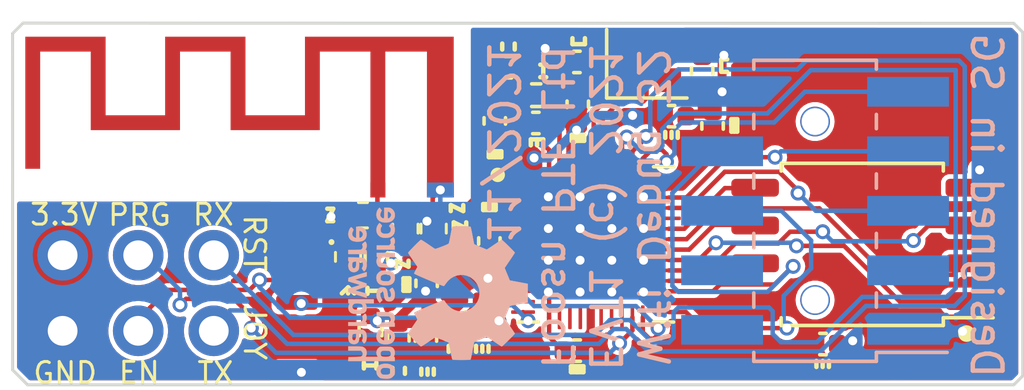
<source format=kicad_pcb>
(kicad_pcb (version 20211014) (generator pcbnew)

  (general
    (thickness 1.6)
  )

  (paper "A4")
  (layers
    (0 "F.Cu" signal)
    (31 "B.Cu" signal)
    (32 "B.Adhes" user "B.Adhesive")
    (33 "F.Adhes" user "F.Adhesive")
    (34 "B.Paste" user)
    (35 "F.Paste" user)
    (36 "B.SilkS" user "B.Silkscreen")
    (37 "F.SilkS" user "F.Silkscreen")
    (38 "B.Mask" user)
    (39 "F.Mask" user)
    (40 "Dwgs.User" user "User.Drawings")
    (41 "Cmts.User" user "User.Comments")
    (42 "Eco1.User" user "User.Eco1")
    (43 "Eco2.User" user "User.Eco2")
    (44 "Edge.Cuts" user)
    (45 "Margin" user)
    (46 "B.CrtYd" user "B.Courtyard")
    (47 "F.CrtYd" user "F.Courtyard")
    (48 "B.Fab" user)
    (49 "F.Fab" user)
    (50 "User.1" user)
    (51 "User.2" user)
    (52 "User.3" user)
    (53 "User.4" user)
    (54 "User.5" user)
    (55 "User.6" user)
    (56 "User.7" user)
    (57 "User.8" user)
    (58 "User.9" user)
  )

  (setup
    (stackup
      (layer "F.SilkS" (type "Top Silk Screen") (color "White"))
      (layer "F.Paste" (type "Top Solder Paste"))
      (layer "F.Mask" (type "Top Solder Mask") (color "Blue") (thickness 0.01))
      (layer "F.Cu" (type "copper") (thickness 0.035))
      (layer "dielectric 1" (type "core") (thickness 1.51) (material "FR4") (epsilon_r 4.5) (loss_tangent 0.02))
      (layer "B.Cu" (type "copper") (thickness 0.035))
      (layer "B.Mask" (type "Bottom Solder Mask") (color "Blue") (thickness 0.01))
      (layer "B.Paste" (type "Bottom Solder Paste"))
      (layer "B.SilkS" (type "Bottom Silk Screen") (color "White"))
      (copper_finish "ENIG")
      (dielectric_constraints no)
    )
    (pad_to_mask_clearance 0)
    (pcbplotparams
      (layerselection 0x00010fc_ffffffff)
      (disableapertmacros false)
      (usegerberextensions true)
      (usegerberattributes true)
      (usegerberadvancedattributes true)
      (creategerberjobfile true)
      (svguseinch false)
      (svgprecision 6)
      (excludeedgelayer true)
      (plotframeref false)
      (viasonmask false)
      (mode 1)
      (useauxorigin false)
      (hpglpennumber 1)
      (hpglpenspeed 20)
      (hpglpendiameter 15.000000)
      (dxfpolygonmode true)
      (dxfimperialunits true)
      (dxfusepcbnewfont true)
      (psnegative false)
      (psa4output false)
      (plotreference true)
      (plotvalue true)
      (plotinvisibletext false)
      (sketchpadsonfab false)
      (subtractmaskfromsilk false)
      (outputformat 1)
      (mirror false)
      (drillshape 0)
      (scaleselection 1)
      (outputdirectory "Webug-Outputs-20211123")
    )
  )

  (property "CONFIGURATIONPARAMETERS" "")
  (property "CONFIGURATORNAME" "")
  (property "DOCUMENTNUMBER" "21")
  (property "ISUSERCONFIGURABLE" "")
  (property "SHEETTOTAL" "21")
  (property "SPICEMODELCACHE" "")
  (property "VERSIONCONTROL_PROJFOLDERREVNUMBER" "")
  (property "VERSIONCONTROL_REVNUMBER" "")

  (net 0 "")
  (net 1 "GND")
  (net 2 "Net-(A1-Pad1)")
  (net 3 "V3V3")
  (net 4 "Net-(C11-Pad1)")
  (net 5 "/EN")
  (net 6 "/BOOT_MODE")
  (net 7 "/UART_TX")
  (net 8 "/UART_RX")
  (net 9 "/TGT_GPIO1")
  (net 10 "/TGT_GPIO2")
  (net 11 "/TGT_GPIO3")
  (net 12 "/TGT_SWDIO")
  (net 13 "/TGT_UART_TX")
  (net 14 "/TGT_SWCLK")
  (net 15 "/TGT_UART_RX")
  (net 16 "/TGT_RESET")
  (net 17 "unconnected-(U1-Pad5)")
  (net 18 "unconnected-(U1-Pad6)")
  (net 19 "unconnected-(U1-Pad7)")
  (net 20 "unconnected-(U1-Pad8)")
  (net 21 "unconnected-(U1-Pad10)")
  (net 22 "unconnected-(U1-Pad11)")
  (net 23 "unconnected-(U1-Pad12)")
  (net 24 "unconnected-(U1-Pad13)")
  (net 25 "unconnected-(U1-Pad16)")
  (net 26 "unconnected-(U1-Pad17)")
  (net 27 "unconnected-(U1-Pad18)")
  (net 28 "unconnected-(U1-Pad20)")
  (net 29 "unconnected-(U1-Pad21)")
  (net 30 "unconnected-(U1-Pad22)")
  (net 31 "unconnected-(U1-Pad34)")
  (net 32 "unconnected-(Y1-Pad2)")
  (net 33 "unconnected-(Y1-Pad4)")
  (net 34 "unconnected-(U1-Pad42)")
  (net 35 "Net-(U1-Pad29)")
  (net 36 "Net-(U1-Pad30)")
  (net 37 "Net-(U1-Pad32)")
  (net 38 "Net-(U1-Pad33)")
  (net 39 "Net-(C1-Pad2)")
  (net 40 "Net-(C2-Pad1)")
  (net 41 "Net-(C6-Pad1)")
  (net 42 "Net-(C9-Pad1)")
  (net 43 "Net-(D1-Pad1)")
  (net 44 "Net-(L2-Pad2)")
  (net 45 "Net-(R3-Pad1)")
  (net 46 "Net-(U1-Pad28)")
  (net 47 "Net-(U1-Pad31)")
  (net 48 "Net-(U1-Pad14)")

  (footprint "Capacitor_SMD:C_0402_1005Metric" (layer "F.Cu") (at 93.35 110.25 180))

  (footprint "Capacitor_SMD:C_0402_1005Metric" (layer "F.Cu") (at 96.52 102.37))

  (footprint "Capacitor_SMD:C_0402_1005Metric" (layer "F.Cu") (at 88.2644 109.8254 90))

  (footprint "Resistor_SMD:R_0402_1005Metric" (layer "F.Cu") (at 91.9726 101.6648))

  (footprint "Capacitor_SMD:C_0402_1005Metric" (layer "F.Cu") (at 88.2896 107.9894 -90))

  (footprint "Capacitor_SMD:C_0402_1005Metric" (layer "F.Cu") (at 97.9 102.7 90))

  (footprint "Capacitor_SMD:C_0402_1005Metric" (layer "F.Cu") (at 101.61 110.03))

  (footprint "Capacitor_SMD:C_0402_1005Metric" (layer "F.Cu") (at 91.96 102.6 180))

  (footprint "Inductor_SMD:L_0402_1005Metric" (layer "F.Cu") (at 89.458 107.202 90))

  (footprint "Capacitor_SMD:C_0402_1005Metric" (layer "F.Cu") (at 90.15 109.0536 90))

  (footprint "Capacitor_SMD:C_0402_1005Metric" (layer "F.Cu") (at 93.3696 101.9696 90))

  (footprint "Capacitor_SMD:C_0402_1005Metric" (layer "F.Cu") (at 87.34 109.82 90))

  (footprint "Capacitor_SMD:C_0402_1005Metric" (layer "F.Cu") (at 90.3978 106.567 -90))

  (footprint "WifiDebugLibrary:QFN-48-1EP_5x5mm_P0.35mm_EP3.7x3.7mm_ThermalVias" (layer "F.Cu") (at 93.98 106.68))

  (footprint "Inductor_SMD:L_0402_1005Metric" (layer "F.Cu") (at 87.55 106.1352 -90))

  (footprint "Capacitor_SMD:C_0402_1005Metric" (layer "F.Cu") (at 97.55 100.85 90))

  (footprint "WifiDebugLibrary:PinHeader_2x03_P2.54mm_Vertical" (layer "F.Cu") (at 76.055 109.585 90))

  (footprint "Capacitor_SMD:C_0402_1005Metric" (layer "F.Cu") (at 89.225 109.0562 -90))

  (footprint "Capacitor_SMD:C_0402_1005Metric" (layer "F.Cu") (at 91.0328 100.725 180))

  (footprint "WifiDebugLibrary:Texas_SWRA117D_2.4GHz_Left" (layer "F.Cu") (at 86.65 104.85))

  (footprint "Capacitor_SMD:C_0402_1005Metric" (layer "F.Cu") (at 90.58 102.53 90))

  (footprint "Crystal:Crystal_SMD_2016-4Pin_2.0x1.6mm" (layer "F.Cu") (at 95.69 100.61))

  (footprint "WifiDebugLibrary:Pushbutton-2.1x1.6mm" (layer "F.Cu") (at 83.93 109.78 -90))

  (footprint "WifiDebugLibrary:SOIC-8_5.23x5.23mm_P1.27mm" (layer "F.Cu") (at 102.93 106.68 180))

  (footprint "Inductor_SMD:L_0402_1005Metric" (layer "F.Cu") (at 86.14 105.69))

  (footprint "Inductor_SMD:L_0402_1005Metric" (layer "F.Cu") (at 88.4928 106.1352 -90))

  (footprint "Resistor_SMD:R_0402_1005Metric" (layer "F.Cu") (at 86.4 109.6 90))

  (footprint "WifiDebugLibrary:LED_0402_1005Metric" (layer "F.Cu") (at 85.65 107.11 -90))

  (footprint "Capacitor_SMD:C_0402_1005Metric" (layer "F.Cu") (at 93.34 100.5472 180))

  (footprint "WifiDebugLibrary:Pushbutton-2.1x1.6mm" (layer "F.Cu") (at 83.93 106.73 -90))

  (footprint "Resistor_SMD:R_0402_1005Metric" (layer "F.Cu") (at 86.6 107.11 90))

  (footprint "WifiDebugLibrary:PinSocket_2x05_P2.00mm_Vertical_SMD" (layer "B.Cu") (at 101.3452 105.551))

  (footprint "Symbol:OSHW-Logo_5.7x6mm_SilkScreen" (layer "B.Cu") (at 88.675 108.325 90))

  (gr_line (start 93.165 103.2) (end 93.165 103) (layer "F.SilkS") (width 0.15) (tstamp 026b9422-2aaf-48f9-9a5d-3afff5ce9e6c))
  (gr_line (start 92.21 103.15) (end 91.79 103.15) (layer "F.SilkS") (width 0.15) (tstamp 02904775-625f-40fe-a539-9856c3d988d3))
  (gr_line (start 98.53 102.47) (end 98.73 102.47) (layer "F.SilkS") (width 0.15) (tstamp 0359ac0b-576c-4014-9a6c-18c8bc0629c9))
  (gr_line (start 101.39 110.6) (end 101.39 110.8) (layer "F.SilkS") (width 0.15) (tstamp 0abcd227-34f7-423e-a6cd-5e646c1a3197))
  (gr_line (start 90.83 100.13) (end 90.83 99.93) (layer "F.SilkS") (width 0.15) (tstamp 0ca252d6-62e9-4264-b745-2a1198778908))
  (gr_line (start 93.375 103.2) (end 93.375 103) (layer "F.SilkS") (width 0.15) (tstamp 0ceb04de-f994-481d-b2dd-d53358073217))
  (gr_line (start 91.25 100.13) (end 91.25 99.93) (layer "F.SilkS") (width 0.15) (tstamp 13618fa9-e344-47bd-9590-4e556c2f3743))
  (gr_line (start 92.11 101.06) (end 92.31 101.06) (layer "F.SilkS") (width 0.15) (tstamp 13a586f9-f6d9-462d-9eec-2f19d4a46737))
  (gr_line (start 84.95 105.9) (end 85.15 105.48) (layer "F.SilkS") (width 0.15) (tstamp 13a87a20-eb8c-488c-90d0-244409d5f454))
  (gr_line (start 98.53 102.89) (end 98.73 102.89) (layer "F.SilkS") (width 0.15) (tstamp 1630496c-45cd-4753-9bbc-92169de925b1))
  (gr_line (start 89.62 105.94) (end 89.62 106.14) (layer "F.SilkS") (width 0.15) (tstamp 197c06e8-6032-4049-87ae-811b51723db7))
  (gr_line (start 87.15 106) (end 87.15 106.3) (layer "F.SilkS") (width 0.1) (tstamp 1f8e861b-a891-4871-b1ce-127f0866f243))
  (gr_line (start 90.8 103.55) (end 90.8 103.75) (layer "F.SilkS") (width 0.15) (tstamp 1fd37a59-ae1a-40d0-8cf1-279340331490))
  (gr_line (start 89.52 105.36) (end 89.52 105.56) (layer "F.SilkS") (width 0.15) (tstamp 21484e67-171c-47e1-9b53-4a6734436d95))
  (gr_line (start 86.6 110.75) (end 86.18 110.75) (layer "F.SilkS") (width 0.15) (tstamp 24bd3d09-952d-4431-8d27-c680ce1bb9f8))
  (gr_line (start 87.51 107.82) (end 87.51 108.24) (layer "F.SilkS") (width 0.15) (tstamp 24d11e27-4550-4820-9d9a-040bd6b90c64))
  (gr_line (start 86.18 110.85) (end 86.18 110.65) (layer "F.SilkS") (width 0.15) (tstamp 26a66737-faa3-431d-989e-37f9cfaf9ea5))
  (gr_line (start 87.26 107.23) (end 87.26 107.43) (layer "F.SilkS") (width 0.15) (tstamp 294b3c8f-1a68-4c07-999c-3793e6d98700))
  (gr_line (start 90.8 103.55) (end 90.38 103.55) (layer "F.SilkS") (width 0.15) (tstamp 2a023f06-445f-4222-a883-0d72790cd96e))
  (gr_line (start 93.585 103.2) (end 93.585 103) (layer "F.SilkS") (width 0.15) (tstamp 309d8764-2c38-4c10-ba37-496fce187a82))
  (gr_line (start 98.19 100.46) (end 98.19 100.88) (layer "F.SilkS") (width 0.15) (tstamp 3472034d-6f94-41e9-8278-2bf3f4f9bf1a))
  (gr_line (start 90.38 103.55) (end 90.38 103.75) (layer "F.SilkS") (width 0.15) (tstamp 37655525-6668-4f6c-900f-762f48e749fb))
  (gr_line (start 93.14 110.975) (end 93.56 110.975) (layer "F.SilkS") (width 0.15) (tstamp 40c0a637-de7d-4f82-86c5-e4d946e9e51b))
  (gr_line (start 98.39 100.88) (end 98.19 100.88) (layer "F.SilkS") (width 0.15) (tstamp 436a32ec-4244-455b-a141-53da101115e1))
  (gr_line (start 86 105.275) (end 86.3 105.275) (layer "F.SilkS") (width 0.1) (tstamp 46ad4ef9-be6c-4379-ae9a-23729745174d))
  (gr_line (start 93.19 99.95) (end 93.61 99.95) (layer "F.SilkS") (width 0.15) (tstamp 46daf55e-9bd6-48d7-b2e8-2db8d31fc7b2))
  (gr_line (start 87.51 108.03) (end 87.71 108.03) (layer "F.SilkS") (width 0.15) (tstamp 489ac250-e0cb-425f-975f-5c921d57eb54))
  (gr_line (start 88.1 106) (end 88.1 106.3) (layer "F.SilkS") (width 0.1) (tstamp 495f63ce-e053-424b-8571-17e76305aa3f))
  (gr_line (start 90.37 110.29) (end 90.37 110.09) (layer "F.SilkS") (width 0.15) (tstamp 4bd7065f-b30b-48f4-8789-89d61b50d953))
  (gr_line (start 90.61 105.325) (end 90.19 105.325) (layer "F.SilkS") (width 0.15) (tstamp 4c3b6a57-08bf-4df3-9eec-90325e36471a))
  (gr_line (start 86.075 106.95) (end 86.075 107.25) (layer "F.SilkS") (width 0.1) (tstamp 4d40c365-e892-4c54-8877-093e50bc3dfe))
  (gr_line (start 87.68 107.23) (end 87.68 107.43) (layer "F.SilkS") (width 0.15) (tstamp 576207d6-4835-415e-b038-31d02df8de1c))
  (gr_line (start 92 103.35) (end 92 103.15) (layer "F.SilkS") (width 0.15) (tstamp 581c684e-9d5d-47fb-9302-4cb128dcc899))
  (gr_line (start 101.6 110.6) (end 101.6 110.8) (layer "F.SilkS") (width 0.15) (tstamp 59055a4a-7c59-434a-b8d0-fd1d5afb2501))
  (gr_line (start 96.73 102.9) (end 96.73 103.1) (layer "F.SilkS") (width 0.15) (tstamp 5a5fcff0-2bd1-40d8-9e37-41c3125c6803))
  (gr_line (start 89.2 105.94) (end 89.62 106.14) (layer "F.SilkS") (width 0.15) (tstamp 5fda191a-3976-48e7-84e4-4a38c93a4cee))
  (gr_line (start 89.1 105.36) (end 89.52 105.56) (layer "F.SilkS") (width 0.15) (tstamp 6020e2a4-9acd-44db-a810-285d2717bc21))
  (gr_line (start 90.38 103.75) (end 90.8 103.75) (layer "F.SilkS") (width 0.15) (tstamp 6025f218-20de-4783-8273-663973957637))
  (gr_line (start 101.81 110.6) (end 101.81 110.8) (layer "F.SilkS") (width 0.15) (tstamp 60467aa1-cfca-4058-b804-4999cc608eb7))
  (gr_line (start 93.14 110.975) (end 93.14 110.775) (layer "F.SilkS") (width 0.15) (tstamp 62499b02-cf09-45c7-a6d3-6f7a8077d261))
  (gr_line (start 90.4 105.525) (end 90.4 105.325) (layer "F.SilkS") (width 0.15) (tstamp 6a0c89fb-2972-432f-aa74-3bf36fb9a9b5))
  (gr_line (start 93.35 110.975) (end 93.35 110.775) (layer "F.SilkS") (width 0.15) (tstamp 702c1ccf-3360-446f-91c0-dd2df04ea8a7))
  (gr_line (start 96.31 102.9) (end 96.31 103.1) (layer "F.SilkS") (width 0.15) (tstamp 72bd754a-72a0-4032-9066-a14b36365d1b))
  (gr_line (start 90.19 105.525) (end 90.61 105.525) (layer "F.SilkS") (width 0.15) (tstamp 73688032-efe7-490b-88b6-bf4ab4a6db94))
  (gr_line (start 98.53 102.47) (end 98.53 102.89) (layer "F.SilkS") (width 0.15) (tstamp 7388fb3a-9b6e-43bd-838b-a14dc05b7270))
  (gr_line (start 90.38 103.65) (end 90.8 103.65) (layer "F.SilkS") (width 0.15) (tstamp 76134670-72fe-4e9f-bf86-680c4756756e))
  (gr_line (start 93.61 99.75) (end 93.61 99.95) (layer "F.SilkS") (width 0.15) (tstamp 77cfdf8c-48aa-425f-9cbf-ce7fa56bc0a2))
  (gr_line (start 88.32 111.06) (end 88.32 110.86) (layer "F.SilkS") (width 0.15) (tstamp 792586fc-1c95-4974-951e-dd8ed4349511))
  (gr_line (start 85.65 108.125) (end 85.86 108.325) (layer "F.SilkS") (width 0.15) (tstamp 7932e8cc-7829-4ef5-a59b-e44788bb1297))
  (gr_line (start 88.11 111.06) (end 88.11 110.86) (layer "F.SilkS") (width 0.15) (tstamp 7c826680-07f7-4e48-aff8-0eedadc6abad))
  (gr_line (start 86 106.125) (end 86.3 106.125) (layer "F.SilkS") (width 0.1) (tstamp 7df4d25a-d5b4-439e-a144-2cdcba99776b))
  (gr_line (start 93.165 103.2) (end 93.585 103.2) (layer "F.SilkS") (width 0.15) (tstamp 85e0591f-ffbb-45ba-bd8a-6f983ff40f7a))
  (gr_line (start 89.05 107.375) (end 89.05 107.075) (layer "F.SilkS") (width 0.1) (tstamp 86be7e22-83e8-48ec-92fe-471cf32416a2))
  (gr_line (start 84.95 105.9) (end 85.15 105.9) (layer "F.SilkS") (width 0.15) (tstamp 879edb66-a054-4822-be32-9faa7526fc40))
  (gr_line (start 88.95 106) (end 88.95 106.3) (layer "F.SilkS") (width 0.1) (tstamp 8b4c7ee7-5a00-43ab-8031-23e58c0b1af5))
  (gr_line (start 89.45 110.09) (end 89.45 110.29) (layer "F.SilkS") (width 0.15) (tstamp 8d5c15c1-9c81-4954-9feb-17f87fa9cdc3))
  (gr_line (start 89.95 110.29) (end 89.95 110.09) (layer "F.SilkS") (width 0.15) (tstamp 9344ee7f-eb13-4318-91b5-539b284bf3d9))
  (gr_line (start 93.56 110.775) (end 93.14 110.775) (layer "F.SilkS") (width 0.15) (tstamp 94b313c0-019f-4820-8b64-f1c748dff9c8))
  (gr_line (start 89.24 110.09) (end 89.24 110.29) (layer "F.SilkS") (width 0.15) (tstamp 980f0ec1-1b9f-412d-937a-28990a59863b))
  (gr_line (start 90.19 105.525) (end 90.19 105.325) (layer "F.SilkS") (width 0.15) (tstamp 9a70e110-fca8-40e5-a553-25e48a301aa5))
  (gr_line (start 93.585 103.1) (end 93.165 103.1) (layer "F.SilkS") (width 0.15) (tstamp 9aeb5483-90e2-4ca1-acd0-b481bc1e5fea))
  (gr_line (start 85.65 108.125) (end 85.65 108.325) (layer "F.SilkS") (width 0.15) (tstamp 9bb24211-45f6-49ab-bda0-bda5c9366ea6))
  (gr_line (start 98.63 102.89) (end 98.63 102.47) (layer "F.SilkS") (width 0.15) (tstamp a230ab96-5008-4df0-b115-bd681dd2a0fb))
  (gr_line (start 87.61 108.24) (end 87.61 107.82) (layer "F.SilkS") (width 0.15) (tstamp a273e660-a80d-4cd8-94dc-181319903bf8))
  (gr_line (start 87.26 107.23) (end 87.68 107.43) (layer "F.SilkS") (width 0.15) (tstamp a4072935-6682-4071-ab02-f3fbdf2588b2))
  (gr_line (start 91.79 103.35) (end 91.79 103.15) (layer "F.SilkS") (width 0.15) (tstamp a4b6a935-7070-436b-9805-e1fbd54628d1))
  (gr_line (start 85.65 108.125) (end 85.44 108.325) (layer "F.SilkS") (width 0.15) (tstamp a5e795eb-0b86-4d7d-871c-772827d915f6))
  (gr_line (start 87.71 108.24) (end 87.71 107.82) (layer "F.SilkS") (width 0.15) (tstamp a749b753-4a17-4d03-aeea-6235c84dbd23))
  (gr_line (start 89.03 110.09) (end 89.03 110.29) (layer "F.SilkS") (width 0.15) (tstamp ab13bd6b-56f2-4011-be25-4625251cf989))
  (gr_line (start 90.61 105.425) (end 90.19 105.425) (layer "F.SilkS") (width 0.15) (tstamp aec93bcc-36b8-45dd-958e-719793c1c323))
  (gr_line (start 87.51 108.24) (end 87.71 108.24) (layer "F.SilkS") (width 0.15) (tstamp aff9e8a9-a51c-4f13-9107-40fce61f39dc))
  (gr_line (start 86.72 108.24) (end 86.3 108.24) (layer "F.SilkS") (width 0.15) (tstamp b49ec842-45e9-4e65-a78b-5b786f73b069))
  (gr_line (start 88.53 111.06) (end 88.53 110.86) (layer "F.SilkS") (width 0.15) (tstamp b5d5826b-e001-4486-9124-1dca01f27014))
  (gr_line (start 92.21 101.06) (end 92.21 100.64) (layer "F.SilkS") (width 0.15) (tstamp b722e5cb-ffce-4518-8712-2149985acb99))
  (gr_line (start 98.73 102.89) (end 98.73 102.47) (layer "F.SilkS") (width 0.15) (tstamp bc4e0298-47bd-4da0-b961-b4832b51028a))
  (gr_line (start 87.51 107.82) (end 87.71 107.82) (layer "F.SilkS") (width 0.15) (tstamp bfbf74fe-59bb-4a8f-8db4-430a14c29eb4))
  (gr_line (start 86.6 110.85) (end 86.6 110.65) (layer "F.SilkS") (width 0.15) (tstamp c667a016-8123-46a7-b548-7854c56ebc76))
  (gr_line (start 93.56 110.975) (end 93.56 110.775) (layer "F.SilkS") (width 0.15) (tstamp c9623b21-015c-4e16-9f61-b64472e07802))
  (gr_line (start 92.11 100.64) (end 92.31 100.64) (layer "F.SilkS") (width 0.15) (tstamp cb5b80b7-b89a-4927-b67b-569c71d6565f))
  (gr_line (start 89.2 105.94) (end 89.2 106.14) (layer "F.SilkS") (width 0.15) (tstamp cb9d1b1e-bf3f-4eab-b318-28aca10c8e9b))
  (gr_line (start 93.19 99.75) (end 93.19 99.95) (layer "F.SilkS") (width 0.15) (tstamp d4ff018a-ff61-4d64-9053-2df81da6b64f))
  (gr_line (start 98.39 100.46) (end 98.19 100.46) (layer "F.SilkS") (width 0.15) (tstamp d6a45082-f6af-438b-a5ba-6af631678e20))
  (gr_line (start 90.59 103.55) (end 90.59 103.75) (layer "F.SilkS") (width 0.15) (tstamp d90f2f44-7bfc-4664-aabd-560c6fa6d4ab))
  (gr_line (start 90.16 110.29) (end 90.16 110.09) (layer "F.SilkS") (width 0.15) (tstamp db6b2433-0e04-4b94-82aa-564e8784f7ab))
  (gr_line (start 88 106) (end 88 106.3) (layer "F.SilkS") (width 0.1) (tstamp e296d4d7-f52b-4305-b316-1779b02b36a3))
  (gr_line (start 87.14 111.03) (end 87.14 110.83) (layer "F.SilkS") (width 0.15) (tstamp e3a1386d-bc89-459f-b1b0-1f15ecc1e857))
  (gr_line (start 93.585 103) (end 93.165 103) (layer "F.SilkS") (width 0.15) (tstamp ea98ebf1-0948-4da7-88f1-d61486f46ac4))
  (gr_line (start 96.52 102.9) (end 96.52 103.1) (layer "F.SilkS") (width 0.15) (tstamp ed287762-23db-4203-8717-0868153d54e0))
  (gr_line (start 93.56 110.875) (end 93.14 110.875) (layer "F.SilkS") (width 0.15) (tstamp edcc6533-72db-4730-aa8d-b9f076b9b7fa))
  (gr_line (start 92.21 103.35) (end 92.21 103.15) (layer "F.SilkS") (width 0.15) (tstamp ee29372d-6dc4-4c85-b55d-7f568eb97fe2))
  (gr_line (start 84.95 105.48) (end 85.15 105.48) (layer "F.SilkS") (width 0.15) (tstamp eeb09670-98ce-4d85-84d2-8f56c2dca510))
  (gr_line (start 85.225 106.95) (end 85.225 107.25) (layer "F.SilkS") (width 0.1) (tstamp f00b9ef8-a2f5-4dc8-b9c6-4d6b0092fc8c))
  (gr_line (start 89.1 105.36) (end 89.1 105.56) (layer "F.SilkS") (width 0.15) (tstamp f37621eb-3f89-4f82-b662-2a783fac632f))
  (gr_line (start 98.53 102.68) (end 98.73 102.68) (layer "F.SilkS") (width 0.15) (tstamp f6d9385d-e72d-4523-a7f7-64ae6d453499))
  (gr_line (start 89.9 107.375) (end 89.9 107.075) (layer "F.SilkS") (width 0.1) (tstamp f7e29fd6-b4ce-4fb7-a18a-41f80a0fea54))
  (gr_line (start 86.3 108.34) (end 86.3 108.14) (layer "F.SilkS") (width 0.15) (tstamp f8c2bae5-571a-41f3-b377-7734746cbb3b))
  (gr_line (start 90.61 105.525) (end 90.61 105.325) (layer "F.SilkS") (width 0.15) (tstamp fa1ae514-1131-437a-bb4e-889a169faa04))
  (gr_line (start 87.56 111.03) (end 87.56 110.83) (layer "F.SilkS") (width 0.15) (tstamp fcc6b7ad-84af-4aba-982c-25dc7da00e9a))
  (gr_line (start 108.325 111.1006) (end 108.025 111.3994) (layer "Edge.Cuts") (width 0.1) (tstamp 1d502d58-83dc-40ed-8452-dc0f86824a14))
  (gr_line (start 108.325 111.1006) (end 108.3238 99.55) (layer "Edge.Cuts") (width 0.1) (tstamp 29661e20-0d3b-4fde-a6c4-71af17a2e942))
  (gr_line (start 108.025 99.25) (end 74.7238 99.2424) (layer "Edge.Cuts") (width 0.1) (tstamp 2ae83449-e5b8-479f-a561-050228c06e3d))
  (gr_line (start 74.875 111.4) (end 108.025 111.3994) (layer "Edge.Cuts") (width 0.1) (tstamp 337f9c9e-becf-4ac4-9474-f2c888b1335a))
  (gr_line (start 74.875 111.4) (end 74.375 110.9) (layer "Edge.Cuts") (width 0.1) (tstamp 364ef025-2b68-4cfd-b48b-1e60c0090862))
  (gr_line (start 74.7238 99.2424) (end 74.3738 99.5924) (layer "Edge.Cuts") (width 0.1) (tstamp b61f9eb1-0403-4699-99a8-3765789cc4f5))
  (gr_line (start 108.3238 99.55) (end 108.025 99.25) (layer "Edge.Cuts") (width 0.1) (tstamp d9c1c12e-bffc-4953-bc8f-ba532f4d133f))
  (gr_line (start 74.375 110.9) (end 74.3738 99.5924) (layer "Edge.Cuts") (width 0.1) (tstamp dc8d97c9-9567-45a5-aaac-0a7a155bba38))
  (gr_text "Designed in SG" (at 107.1 105.375 270) (layer "B.SilkS") (tstamp 2eff4a18-6943-43a8-ab9c-b23deaba2d39)
    (effects (font (size 1 1) (thickness 0.15)) (justify mirror))
  )
  (gr_text "11/2021" (at 90.85 103.25 270) (layer "B.SilkS") (tstamp 5b4cb0bd-5aab-4377-85fb-c34c5465635a)
    (effects (font (size 1 1) (thickness 0.15)) (justify mirror))
  )
  (gr_text "Wifi Debug 32\nEVT1 (c) 2021\nFoosn PTE Ltd" (at 94.275 105.425 270) (layer "B.SilkS") (tstamp ce40bb28-e522-4ad3-962b-b8e592e1f444)
    (effects (font (size 1 1) (thickness 0.15)) (justify mirror))
  )
  (gr_text "PRG" (at 78.64 105.69) (layer "F.SilkS") (tstamp 428a4c0b-33b0-46a6-b7a3-fdf088aa0792)
    (effects (font (size 0.7 0.7) (thickness 0.1)))
  )
  (gr_text "JOY" (at 82.51 109.63 270) (layer "F.SilkS") (tstamp 6ef57b51-29e6-4012-80f3-a9ff04a0cc63)
    (effects (font (size 0.7 0.7) (thickness 0.1)))
  )
  (gr_text "RST" (at 82.5 106.64 270) (layer "F.SilkS") (tstamp 83538189-496d-43c3-825e-b6a76caf0f56)
    (effects (font (size 0.7 0.7) (thickness 0.1)))
  )
  (gr_text "TX" (at 81.19 111) (layer "F.SilkS") (tstamp b8f42e56-f09f-4ac6-8356-65716d38b704)
    (effects (font (size 0.7 0.7) (thickness 0.1)))
  )
  (gr_text "RX" (at 81.12 105.68) (layer "F.SilkS") (tstamp ceef1b14-dada-4cd1-baac-ef03c2509802)
    (effects (font (size 0.7 0.7) (thickness 0.1)))
  )
  (gr_text "EN" (at 78.63 110.99) (layer "F.SilkS") (tstamp cfc82be1-bbc5-453c-b1f4-bdcd68ee1dd4)
    (effects (font (size 0.7 0.7) (thickness 0.1)))
  )
  (gr_text "3.3V" (at 76.1 105.68) (layer "F.SilkS") (tstamp e9901306-3854-4592-b6b7-331c4571c892)
    (effects (font (size 0.7 0.7) (thickness 0.1)))
  )
  (gr_text "GND" (at 76.14 110.998) (layer "F.SilkS") (tstamp ec424f74-9b9f-4fd9-9de1-2790fb9a6845)
    (effects (font (size 0.7 0.7) (thickness 0.1)))
  )

  (segment (start 90.15 108.602024) (end 90.15 108.5736) (width 0.3) (layer "F.Cu") (net 1) (tstamp 03f14d62-aa09-4b70-9326-2a094c9bc5f8))
  (segment (start 87.34 109.164543) (end 87.34 109.34) (width 0.3) (layer "F.Cu") (net 1) (tstamp 097d6026-09c2-414f-8c72-2b0c5de9a845))
  (segment (start 89.0132 109.3454) (end 89.204 109.5362) (width 0.3) (layer "F.Cu") (net 1) (tstamp 0c8befa7-9362-44c8-885c-eef84ff6507a))
  (segment (start 88.2644 109.3454) (end 88.2644 108.4946) (width 0.3) (layer "F.Cu") (net 1) (tstamp 0cda26e9-d424-453d-b623-fd4328d6b2cb))
  (segment (start 88.4928 105.7072) (end 88.3 105.9) (width 0.3) (layer "F.Cu") (net 1) (tstamp 0f3585cc-a680-4e16-9f05-a60168669199))
  (segment (start 88.75 104.85) (end 88.4928 105.1072) (width 0.152) (layer "F.Cu") (net 1) (tstamp 19387b80-96b2-49f2-8315-35962eb4ccba))
  (segment (start 84.03002 110.93) (end 84.08 110.97998) (width 0.15) (layer "F.Cu") (net 1) (tstamp 1ab31a7e-6859-4f65-a33d-c38e0cd930cd))
  (segment (start 92.8642 100.5472) (end 92.8642 100.9842) (width 0.3) (layer "F.Cu") (net 1) (tstamp 2266fec4-bf42-4991-b8b5-1e3e7c7ac436))
  (segment (start 83.92 110.93) (end 84.03002 110.93) (width 0.15) (layer "F.Cu") (net 1) (tstamp 2446d1e2-c52b-4189-8419-7e4417c2b4c0))
  (segment (start 90.1184 108.5736) (end 90.1184 108.596202) (width 0.3) (layer "F.Cu") (net 1) (tstamp 24f2d914-618c-4b43-a391-293a447db9c1))
  (segment (start 89.96408 105.157086) (end 89.470966 105.6502) (width 0.3) (layer "F.Cu") (net 1) (tstamp 2597d217-397b-4814-8243-c5d5b7ca61f2))
  (segment (start 88.59248 108.899082) (end 89.204 109.510602) (width 0.3) (layer "F.Cu") (net 1) (tstamp 272f5b19-45dc-4465-a52d-f9028817fb98))
  (segment (start 89.95 102.65) (end 89.95 105.10644) (width 0.3) (layer "F.Cu") (net 1) (tstamp 283cb997-0217-4978-84f6-f858302abfae))
  (segment (start 98.2202 101.551) (end 98.2202 100.382034) (width 0.3) (layer "F.Cu") (net 1) (tstamp 28c5039f-0398-4c7f-8978-bba8eb105f6c))
  (segment (start 88.59248 108.77228) (end 88.59248 108.899082) (width 0.3) (layer "F.Cu") (net 1) (tstamp 2d7c2d56-5c02-4083-8a35-fa25ec580c5a))
  (segment (start 106.53 104.775) (end 106.875 104.43) (width 0.15) (layer "F.Cu") (net 1) (tstamp 2e5cdebc-07c1-443b-afe8-89e1d13dc6ed))
  (segment (start 85.075 105.75) (end 84.35 105.75) (width 0.15) (layer "F.Cu") (net 1) (tstamp 34b3af85-11f7-4c44-ad3a-3c8a0c1166c2))
  (segment (start 88.2644 108.4946) (end 88.2896 108.4694) (width 0.3) (layer "F.Cu") (net 1) (tstamp 471d9a03-cb10-4c50-9ae4-6fc1d88919db))
  (segment (start 88.253816 108.250727) (end 87.34 109.164543) (width 0.3) (layer "F.Cu") (net 1) (tstamp 47ea9520-1f9a-4371-8f21-e1294d82bfa9))
  (segment (start 88.259 109.34) (end 88.2644 109.3454) (width 0.3) (layer "F.Cu") (net 1) (tstamp 493bf285-47ea-4d8c-8636-f7d526c53495))
  (segment (start 88.253816 108.250727) (end 88.253816 108.433616) (width 0.3) (layer "F.Cu") (net 1) (tstamp 4a4e4e70-8a79-4726-bb6e-018a4cb91301))
  (segment (start 88.4928 105.1072) (end 88.4928 105.6502) (width 0.152) (layer "F.Cu") (net 1) (tstamp 5088b672-c80f-4a46-9902-ba3c6d26ac1c))
  (segment (start 89.95 105.10644) (end 89.97382 105.13026) (width 0.3) (layer "F.Cu") (net 1) (tstamp 5220d7a3-a3fb-46b7-b293-90a27461f32b))
  (segment (start 90.3978 107.047) (end 90.3978 108.2942) (width 0.3) (layer "F.Cu") (net 1) (tstamp 560bdcd1-f732-42aa-a86e-a375578df970))
  (segment (start 90.5528 100.725) (end 90.5528 101.9928) (width 0.3) (layer "F.Cu") (net 1) (tstamp 56440595-4193-4ef7-84af-6bd39a8b6960))
  (segment (start 88.4928 105.6502) (end 88.4928 105.7072) (width 0.3) (layer "F.Cu") (net 1) (tstamp 57b3334e-65e5-4417-aa46-e1384ea34e45))
  (segment (start 90.56 102.04) (end 89.95 102.65) (width 0.3) (layer "F.Cu") (net 1) (tstamp 59c7c795-4001-4b36-a3f1-49c586a0bdaf))
  (segment (start 106.875 104.43) (end 106.875 104.175) (width 0.15) (laye
... [237144 chars truncated]
</source>
